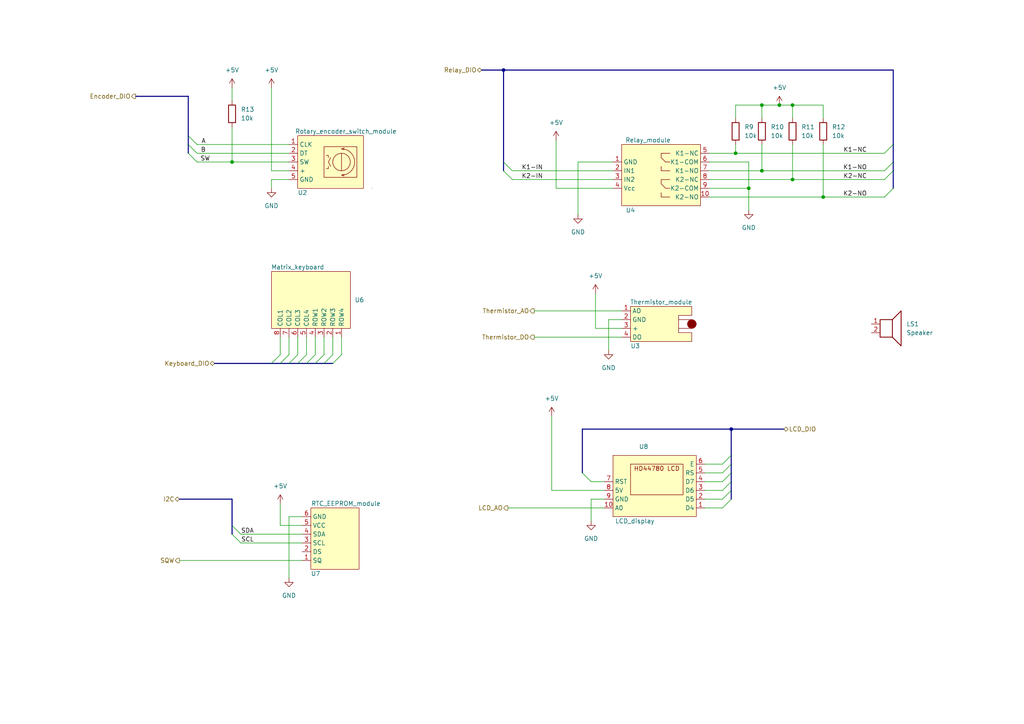
<source format=kicad_sch>
(kicad_sch (version 20230121) (generator eeschema)
  (paper "A4")
  (lib_symbols
    (symbol "Device:R" (pin_numbers hide) (pin_names (offset 0))
      (property "Reference" "R" (at 2.032 0 90))
      (property "Value" "R" (at 0 0 90))
      (symbol "R_0_1"
        (rectangle (start -1.016 -2.54) (end 1.016 2.54) (stroke (width 0.254)))
      )
      (symbol "R_1_1"
        (pin passive line (at 0 3.81 270) (length 1.27) (name "~") (number "1"))
        (pin passive line (at 0 -3.81 90) (length 1.27) (name "~") (number "2"))
      )
    )
    (symbol "Device:Speaker" (pin_names (offset 0) hide)
      (property "Reference" "LS" (at 1.27 5.715 0))
      (property "Value" "Speaker" (at 1.27 3.81 0))
      (symbol "Speaker_0_0"
        (rectangle (start -2.54 1.27) (end 1.016 -3.81) (stroke (width 0.254)))
        (polyline (pts (xy 1.016 1.27) (xy 3.556 3.81) (xy 3.556 -6.35) (xy 1.016 -3.81)) (stroke (width 0.254)))
      )
      (symbol "Speaker_1_1"
        (pin input line (at -5.08 0 0) (length 2.54) (name "1") (number "1"))
        (pin input line (at -5.08 -2.54 0) (length 2.54) (name "2") (number "2"))
      )
    )
    (symbol "kit_modules:LCD_module"
      (property "Reference" "U" (at 3.81 -1.27 0))
      (symbol "LCD_module_1_1"
        (rectangle (start 2.54 17.78) (end 26.67 0) (fill (type background)))
        (rectangle (start 7.62 15.24) (end 22.86 6.35))
        (text "HD44780 LCD" (at 15.24 13.97 0) (effects (font (size 1.27 1.27))))
        (pin bidirectional line (at 29.21 2.54 180) (length 2.54) (name "D4") (number "1"))
        (pin output line (at 0 2.54 0) (length 2.54) (name "A0") (number "10"))
        (pin bidirectional line (at 29.21 5.08 180) (length 2.54) (name "D5") (number "2"))
        (pin bidirectional line (at 29.21 7.62 180) (length 2.54) (name "D6") (number "3"))
        (pin bidirectional line (at 29.21 10.16 180) (length 2.54) (name "D7") (number "4"))
        (pin input line (at 29.21 12.7 180) (length 2.54) (name "RS") (number "5"))
        (pin input line (at 29.21 15.24 180) (length 2.54) (name "E") (number "6"))
        (pin output line (at 0 10.16 0) (length 2.54) (name "RST") (number "7"))
        (pin power_in line (at 0 7.62 0) (length 2.54) (name "5V") (number "8"))
        (pin power_in line (at 0 5.08 0) (length 2.54) (name "GND") (number "9"))
      )
    )
    (symbol "kit_modules:RTC_module"
      (property "Reference" "U" (at 3.81 -3.81 0))
      (symbol "RTC_module_1_1"
        (rectangle (start 2.54 15.24) (end 16.51 -2.54) (fill (type background)))
        (pin output line (at 0 0 0) (length 2.54) (name "SQ") (number "1"))
        (pin output line (at 0 2.54 0) (length 2.54) (name "DS") (number "2"))
        (pin bidirectional line (at 0 5.08 0) (length 2.54) (name "SCL") (number "3"))
        (pin bidirectional line (at 0 7.62 0) (length 2.54) (name "SDA") (number "4"))
        (pin power_in line (at 0 10.16 0) (length 2.54) (name "VCC") (number "5"))
        (pin power_in line (at 0 12.7 0) (length 2.54) (name "GND") (number "6"))
      )
    )
    (symbol "kit_modules:encoder_module"
      (property "Reference" "U" (at 3.81 -8.89 0))
      (symbol "encoder_module_0_1"
        (rectangle (start 24.13 -7.62) (end 24.13 -7.62))
      )
      (symbol "encoder_module_1_1"
        (polyline (pts (xy 15.24 -2.54) (xy 15.24 2.54)))
        (polyline (pts (xy 15.24 3.81) (xy 16.002 3.556)))
        (polyline (pts (xy 15.24 3.81) (xy 16.002 4.064)))
        (polyline (pts (xy 11.43 -1.27) (xy 11.43 -1.905) (xy 10.795 -1.905)))
        (polyline (pts (xy 11.43 1.27) (xy 11.43 1.905) (xy 10.795 1.905)))
        (polyline (pts (xy 12.065 -1.27) (xy 11.43 0) (xy 12.065 1.27)))
        (polyline (pts (xy 16.002 -3.556) (xy 15.24 -3.81) (xy 16.002 -4.064)))
        (rectangle (start 2.54 7.62) (end 21.59 -7.62) (fill (type background)))
        (rectangle (start 10.16 4.445) (end 19.685 -4.445))
        (arc (start 15.24 -3.81) (mid 17.9341 -2.6941) (end 19.05 0))
        (circle (center 15.24 0) (radius 2.54))
        (arc (start 19.05 0) (mid 17.9341 2.6941) (end 15.24 3.81))
        (pin output line (at 0 5.08 0) (length 2.54) (name "CLK") (number "1"))
        (pin output line (at 0 2.54 0) (length 2.54) (name "DT") (number "2"))
        (pin output line (at 0 0 0) (length 2.54) (name "SW") (number "3"))
        (pin power_in line (at 0 -2.54 0) (length 2.54) (name "+") (number "4"))
        (pin power_in line (at 0 -5.08 0) (length 2.54) (name "GND") (number "5"))
      )
    )
    (symbol "kit_modules:matrix_keyboard"
      (property "Reference" "U" (at 24.13 1.27 0))
      (symbol "matrix_keyboard_1_1"
        (rectangle (start 0 16.51) (end 22.86 0) (fill (type background)))
        (pin bidirectional line (at 20.32 -2.54 90) (length 2.54) (name "ROW4") (number "1"))
        (pin bidirectional line (at 17.78 -2.54 90) (length 2.54) (name "ROW3") (number "2"))
        (pin bidirectional line (at 15.24 -2.54 90) (length 2.54) (name "ROW2") (number "3"))
        (pin bidirectional line (at 12.7 -2.54 90) (length 2.54) (name "ROW1") (number "4"))
        (pin bidirectional line (at 10.16 -2.54 90) (length 2.54) (name "COL4") (number "5"))
        (pin bidirectional line (at 7.62 -2.54 90) (length 2.54) (name "COL3") (number "6"))
        (pin bidirectional line (at 5.08 -2.54 90) (length 2.54) (name "COL2") (number "7"))
        (pin bidirectional line (at 2.54 -2.54 90) (length 2.54) (name "COL1") (number "8"))
      )
    )
    (symbol "kit_modules:relay_module"
      (property "Reference" "U" (at 3.81 -6.35 0))
      (symbol "relay_module_0_1"
        (polyline (pts (xy 15.24 3.81) (xy 13.97 5.08)))
        (polyline (pts (xy 15.24 3.81) (xy 16.51 3.81)))
        (polyline (pts (xy 13.97 5.08) (xy 13.97 6.35) (xy 16.51 6.35)))
        (polyline (pts (xy 16.51 -6.35) (xy 13.97 -6.35) (xy 13.97 -5.08)))
        (polyline (pts (xy 16.51 1.27) (xy 13.97 1.27) (xy 13.97 2.54)))
        (polyline (pts (xy 16.51 -1.27) (xy 13.97 -1.27) (xy 13.97 -2.54) (xy 15.24 -3.81) (xy 16.51 -3.81)))
      )
      (symbol "relay_module_1_1"
        (rectangle (start 2.54 8.89) (end 25.4 -8.89) (fill (type background)))
        (pin power_in line (at 0 3.81 0) (length 2.54) (name "GND") (number "1"))
        (pin bidirectional line (at 27.94 -6.35 180) (length 2.54) (name "K2-NO") (number "10"))
        (pin input line (at 0 1.27 0) (length 2.54) (name "IN1") (number "2"))
        (pin input line (at 0 -1.27 0) (length 2.54) (name "IN2") (number "3"))
        (pin power_in line (at 0 -3.81 0) (length 2.54) (name "Vcc") (number "4"))
        (pin bidirectional line (at 27.94 6.35 180) (length 2.54) (name "K1-NC") (number "5"))
        (pin bidirectional line (at 27.94 3.81 180) (length 2.54) (name "K1-COM") (number "6"))
        (pin bidirectional line (at 27.94 1.27 180) (length 2.54) (name "K1-NO") (number "7"))
        (pin bidirectional line (at 27.94 -1.27 180) (length 2.54) (name "K2-NC") (number "8"))
        (pin bidirectional line (at 27.94 -3.81 180) (length 2.54) (name "K2-COM") (number "9"))
      )
    )
    (symbol "kit_modules:thermistor_module"
      (property "Reference" "U" (at 3.81 -6.35 0))
      (symbol "thermistor_module_0_1"
        (polyline (pts (xy 16.51 -1.27) (xy 20.32 -1.27)))
        (polyline (pts (xy 16.51 1.27) (xy 20.32 1.27)))
        (circle (center 21.59 0) (radius 0.0001))
      )
      (symbol "thermistor_module_1_1"
        (polyline (pts (xy 2.54 5.08) (xy 2.54 -5.08) (xy 20.32 -5.08) (xy 20.32 -2.54) (xy 16.51 -2.54) (xy 16.51 2.54) (xy 20.32 2.54) (xy 20.32 5.08) (xy 2.54 5.08)) (fill (type background)))
        (circle (center 20.32 0) (radius 1.27) (fill (type outline)))
        (pin output line (at 0 3.81 0) (length 2.54) (name "AO") (number "1"))
        (pin power_in line (at 0 1.27 0) (length 2.54) (name "GND") (number "2"))
        (pin power_in line (at 0 -1.27 0) (length 2.54) (name "+") (number "3"))
        (pin output line (at 0 -3.81 0) (length 2.54) (name "DO") (number "4"))
      )
    )
    (symbol "power:+5V" (power) (pin_names (offset 0))
      (property "Value" "+5V" (at 0 3.556 0))
      (symbol "+5V_0_1"
        (polyline (pts (xy -0.762 1.27) (xy 0 2.54)))
        (polyline (pts (xy 0 0) (xy 0 2.54)))
        (polyline (pts (xy 0 2.54) (xy 0.762 1.27)))
      )
      (symbol "+5V_1_1"
        (pin power_in line (at 0 0 90) (length 0) hide (name "+5V") (number "1"))
      )
    )
    (symbol "power:GND" (power) (pin_names (offset 0))
      (property "Value" "GND" (at 0 -3.81 0))
      (symbol "GND_0_1"
        (polyline (pts (xy 0 0) (xy 0 -1.27) (xy 1.27 -1.27) (xy 0 -2.54) (xy -1.27 -1.27) (xy 0 -1.27)))
      )
      (symbol "GND_1_1"
        (pin power_in line (at 0 0 270) (length 0) hide (name "GND") (number "1"))
      )
    )
  )
  (junction (at 212.09 124.46))
  (junction (at 220.98 30.48))
  (junction (at 229.87 30.48))
  (junction (at 226.06 30.48))
  (junction (at 238.76 57.15))
  (junction (at 220.98 49.53))
  (junction (at 217.17 54.61))
  (junction (at 67.31 46.99))
  (junction (at 146.05 20.32))
  (junction (at 213.36 44.45))
  (junction (at 229.87 52.07))
  (bus_entry (at 146.05 49.53) (size 2.54 2.54))
  (bus_entry (at 81.28 105.41) (size 2.54 -2.54))
  (bus_entry (at 256.54 49.53) (size 2.54 -2.54))
  (bus_entry (at 171.45 139.7) (size -2.54 -2.54))
  (bus_entry (at 54.61 39.37) (size 2.54 2.54))
  (bus_entry (at 96.52 105.41) (size 2.54 -2.54))
  (bus_entry (at 209.55 134.62) (size 2.54 -2.54))
  (bus_entry (at 88.9 105.41) (size 2.54 -2.54))
  (bus_entry (at 54.61 41.91) (size 2.54 2.54))
  (bus_entry (at 209.55 147.32) (size 2.54 -2.54))
  (bus_entry (at 54.61 44.45) (size 2.54 2.54))
  (bus_entry (at 67.31 154.94) (size 2.54 2.54))
  (bus_entry (at 83.82 105.41) (size 2.54 -2.54))
  (bus_entry (at 209.55 144.78) (size 2.54 -2.54))
  (bus_entry (at 209.55 142.24) (size 2.54 -2.54))
  (bus_entry (at 86.36 105.41) (size 2.54 -2.54))
  (bus_entry (at 256.54 57.15) (size 2.54 -2.54))
  (bus_entry (at 209.55 139.7) (size 2.54 -2.54))
  (bus_entry (at 256.54 52.07) (size 2.54 -2.54))
  (bus_entry (at 146.05 46.99) (size 2.54 2.54))
  (bus_entry (at 93.98 105.41) (size 2.54 -2.54))
  (bus_entry (at 91.44 105.41) (size 2.54 -2.54))
  (bus_entry (at 256.54 44.45) (size 2.54 -2.54))
  (bus_entry (at 209.55 137.16) (size 2.54 -2.54))
  (bus_entry (at 67.31 152.4) (size 2.54 2.54))
  (bus_entry (at 78.74 105.41) (size 2.54 -2.54))
  (wire (pts (xy 238.76 57.15) (xy 256.54 57.15)))
  (wire (pts (xy 213.36 44.45) (xy 256.54 44.45)))
  (wire (pts (xy 147.32 147.32) (xy 175.26 147.32)))
  (wire (pts (xy 204.47 139.7) (xy 209.55 139.7)))
  (wire (pts (xy 217.17 60.96) (xy 217.17 54.61)))
  (wire (pts (xy 83.82 149.86) (xy 87.63 149.86)))
  (wire (pts (xy 67.31 36.83) (xy 67.31 46.99)))
  (bus (pts (xy 212.09 124.46) (xy 227.33 124.46)))
  (wire (pts (xy 83.82 167.64) (xy 83.82 149.86)))
  (bus (pts (xy 259.08 49.53) (xy 259.08 46.99)))
  (wire (pts (xy 220.98 49.53) (xy 256.54 49.53)))
  (wire (pts (xy 78.74 52.07) (xy 78.74 54.61)))
  (bus (pts (xy 62.23 105.41) (xy 78.74 105.41)))
  (bus (pts (xy 212.09 132.08) (xy 212.09 134.62)))
  (bus (pts (xy 212.09 137.16) (xy 212.09 139.7)))
  (wire (pts (xy 205.74 52.07) (xy 229.87 52.07)))
  (bus (pts (xy 139.7 20.32) (xy 146.05 20.32)))
  (wire (pts (xy 81.28 97.79) (xy 81.28 102.87)))
  (bus (pts (xy 212.09 139.7) (xy 212.09 142.24)))
  (wire (pts (xy 69.85 154.94) (xy 87.63 154.94)))
  (wire (pts (xy 229.87 34.29) (xy 229.87 30.48)))
  (wire (pts (xy 172.72 95.25) (xy 172.72 85.09)))
  (wire (pts (xy 204.47 134.62) (xy 209.55 134.62)))
  (wire (pts (xy 229.87 52.07) (xy 256.54 52.07)))
  (wire (pts (xy 238.76 30.48) (xy 229.87 30.48)))
  (bus (pts (xy 78.74 105.41) (xy 81.28 105.41)))
  (wire (pts (xy 86.36 97.79) (xy 86.36 102.87)))
  (wire (pts (xy 57.15 46.99) (xy 67.31 46.99)))
  (wire (pts (xy 205.74 54.61) (xy 217.17 54.61)))
  (wire (pts (xy 220.98 49.53) (xy 220.98 41.91)))
  (wire (pts (xy 204.47 144.78) (xy 209.55 144.78)))
  (wire (pts (xy 205.74 57.15) (xy 238.76 57.15)))
  (wire (pts (xy 67.31 46.99) (xy 83.82 46.99)))
  (wire (pts (xy 229.87 41.91) (xy 229.87 52.07)))
  (bus (pts (xy 259.08 20.32) (xy 146.05 20.32)))
  (wire (pts (xy 88.9 97.79) (xy 88.9 102.87)))
  (wire (pts (xy 180.34 97.79) (xy 154.94 97.79)))
  (wire (pts (xy 167.64 46.99) (xy 177.8 46.99)))
  (bus (pts (xy 259.08 54.61) (xy 259.08 49.53)))
  (wire (pts (xy 204.47 147.32) (xy 209.55 147.32)))
  (wire (pts (xy 154.94 90.17) (xy 180.34 90.17)))
  (wire (pts (xy 69.85 157.48) (xy 87.63 157.48)))
  (wire (pts (xy 81.28 152.4) (xy 81.28 146.05)))
  (wire (pts (xy 78.74 49.53) (xy 83.82 49.53)))
  (bus (pts (xy 54.61 41.91) (xy 54.61 39.37)))
  (wire (pts (xy 226.06 30.48) (xy 220.98 30.48)))
  (wire (pts (xy 57.15 44.45) (xy 83.82 44.45)))
  (wire (pts (xy 205.74 44.45) (xy 213.36 44.45)))
  (bus (pts (xy 146.05 46.99) (xy 146.05 49.53)))
  (bus (pts (xy 54.61 39.37) (xy 54.61 27.94)))
  (bus (pts (xy 83.82 105.41) (xy 86.36 105.41)))
  (wire (pts (xy 87.63 162.56) (xy 52.07 162.56)))
  (wire (pts (xy 96.52 97.79) (xy 96.52 102.87)))
  (bus (pts (xy 52.07 144.78) (xy 67.31 144.78)))
  (bus (pts (xy 86.36 105.41) (xy 88.9 105.41)))
  (wire (pts (xy 220.98 30.48) (xy 213.36 30.48)))
  (wire (pts (xy 213.36 30.48) (xy 213.36 34.29)))
  (wire (pts (xy 204.47 142.24) (xy 209.55 142.24)))
  (wire (pts (xy 220.98 30.48) (xy 220.98 34.29)))
  (bus (pts (xy 146.05 20.32) (xy 146.05 46.99)))
  (bus (pts (xy 212.09 134.62) (xy 212.09 137.16)))
  (wire (pts (xy 204.47 137.16) (xy 209.55 137.16)))
  (wire (pts (xy 238.76 57.15) (xy 238.76 41.91)))
  (wire (pts (xy 83.82 52.07) (xy 78.74 52.07)))
  (wire (pts (xy 83.82 97.79) (xy 83.82 102.87)))
  (wire (pts (xy 176.53 92.71) (xy 180.34 92.71)))
  (wire (pts (xy 167.64 62.23) (xy 167.64 46.99)))
  (bus (pts (xy 259.08 20.32) (xy 259.08 41.91)))
  (wire (pts (xy 180.34 95.25) (xy 172.72 95.25)))
  (wire (pts (xy 238.76 34.29) (xy 238.76 30.48)))
  (wire (pts (xy 171.45 139.7) (xy 175.26 139.7)))
  (wire (pts (xy 217.17 46.99) (xy 205.74 46.99)))
  (wire (pts (xy 161.29 54.61) (xy 161.29 40.64)))
  (wire (pts (xy 160.02 142.24) (xy 160.02 120.65)))
  (bus (pts (xy 67.31 154.94) (xy 67.31 152.4)))
  (bus (pts (xy 168.91 124.46) (xy 212.09 124.46)))
  (wire (pts (xy 229.87 30.48) (xy 226.06 30.48)))
  (bus (pts (xy 168.91 137.16) (xy 168.91 124.46)))
  (wire (pts (xy 148.59 52.07) (xy 177.8 52.07)))
  (wire (pts (xy 67.31 25.4) (xy 67.31 29.21)))
  (wire (pts (xy 213.36 44.45) (xy 213.36 41.91)))
  (wire (pts (xy 217.17 54.61) (xy 217.17 46.99)))
  (wire (pts (xy 205.74 49.53) (xy 220.98 49.53)))
  (bus (pts (xy 54.61 44.45) (xy 54.61 41.91)))
  (wire (pts (xy 148.59 49.53) (xy 177.8 49.53)))
  (bus (pts (xy 39.37 27.94) (xy 54.61 27.94)))
  (wire (pts (xy 176.53 101.6) (xy 176.53 92.71)))
  (wire (pts (xy 78.74 25.4) (xy 78.74 49.53)))
  (wire (pts (xy 175.26 142.24) (xy 160.02 142.24)))
  (bus (pts (xy 212.09 124.46) (xy 212.09 132.08)))
  (wire (pts (xy 171.45 151.13) (xy 171.45 144.78)))
  (wire (pts (xy 99.06 97.79) (xy 99.06 102.87)))
  (bus (pts (xy 212.09 142.24) (xy 212.09 144.78)))
  (wire (pts (xy 171.45 144.78) (xy 175.26 144.78)))
  (bus (pts (xy 67.31 152.4) (xy 67.31 144.78)))
  (bus (pts (xy 259.08 46.99) (xy 259.08 41.91)))
  (wire (pts (xy 91.44 97.79) (xy 91.44 102.87)))
  (bus (pts (xy 91.44 105.41) (xy 93.98 105.41)))
  (wire (pts (xy 93.98 97.79) (xy 93.98 102.87)))
  (wire (pts (xy 177.8 54.61) (xy 161.29 54.61)))
  (bus (pts (xy 88.9 105.41) (xy 91.44 105.41)))
  (bus (pts (xy 81.28 105.41) (xy 83.82 105.41)))
  (bus (pts (xy 93.98 105.41) (xy 96.52 105.41)))
  (wire (pts (xy 57.15 41.91) (xy 83.82 41.91)))
  (wire (pts (xy 87.63 152.4) (xy 81.28 152.4)))
  (label "K2-NC" (at 251.46 52.07 180))
  (label "SW" (at 60.96 46.99 180))
  (label "K1-NC" (at 251.46 44.45 180))
  (label "K1-NO" (at 251.46 49.53 180))
  (label "B" (at 59.69 44.45 180))
  (label "K2-IN" (at 157.48 52.07 180))
  (label "SDA" (at 73.66 154.94 180))
  (label "K1-IN" (at 157.48 49.53 180))
  (label "K2-NO" (at 251.46 57.15 180))
  (label "SCL" (at 73.66 157.48 180))
  (label "A" (at 59.69 41.91 180))
  (hierarchical_label "SQW" (shape output) (at 52.07 162.56 180))
  (hierarchical_label "I2C" (shape bidirectional) (at 52.07 144.78 180))
  (hierarchical_label "Keyboard_DIO" (shape bidirectional) (at 62.23 105.41 180))
  (hierarchical_label "Thermistor_AO" (shape output) (at 154.94 90.17 180))
  (hierarchical_label "Relay_DIO" (shape bidirectional) (at 139.7 20.32 180))
  (hierarchical_label "LCD_AO" (shape output) (at 147.32 147.32 180))
  (hierarchical_label "Encoder_DIO" (shape output) (at 39.37 27.94 180))
  (hierarchical_label "Thermistor_DO" (shape output) (at 154.94 97.79 180))
  (hierarchical_label "LCD_DIO" (shape bidirectional) (at 227.33 124.46 0))
  (symbol (lib_id "kit_modules:relay_module") (at 177.8 50.8 0) (unit 1)
    (property "Reference" "U4" (at 182.88 60.96 0))
    (property "Value" "Relay_module" (at 187.96 40.64 0))
    (instances (project "testbench" (path "" (reference "U4") (unit 1)) (path "" (reference "U6") (unit 1))))
  )
  (symbol (lib_id "Device:R") (at 213.36 38.1 0) (unit 1)
    (property "Reference" "R9" (at 215.9 36.83 0) (effects (justify left)))
    (property "Value" "10k" (at 215.9 39.37 0) (effects (justify left)))
    (property "Footprint" "Resistor_SMD:R_0805_2012Metric" (effects hide))
  )
  (symbol (lib_id "power:GND") (at 78.74 54.61 0) (unit 1)
    (property "Reference" "#PWR029" (effects hide))
    (property "Value" "GND" (at 78.74 59.69 0))
  )
  (symbol (lib_id "power:+5V") (at 78.74 25.4 0) (unit 1)
    (property "Reference" "#PWR034" (effects hide))
    (property "Value" "+5V" (at 78.74 20.32 0))
  )
  (symbol (lib_id "power:+5V") (at 172.72 85.09 0) (unit 1)
    (property "Reference" "#PWR035" (effects hide))
    (property "Value" "+5V" (at 172.72 80.01 0))
  )
  (symbol (lib_id "power:GND") (at 217.17 60.96 0) (unit 1)
    (property "Reference" "#PWR024" (effects hide))
    (property "Value" "GND" (at 217.17 66.04 0))
  )
  (symbol (lib_id "power:+5V") (at 160.02 120.65 0) (unit 1)
    (property "Reference" "#PWR038" (effects hide))
    (property "Value" "+5V" (at 160.02 115.57 0))
  )
  (symbol (lib_id "power:+5V") (at 226.06 30.48 0) (unit 1)
    (property "Reference" "#PWR025" (effects hide))
    (property "Value" "+5V" (at 226.06 25.4 0))
  )
  (symbol (lib_id "kit_modules:LCD_module") (at 175.26 149.86 0) (unit 1)
    (property "Reference" "U8" (at 186.69 129.54 0))
    (property "Value" "LCD_display" (at 184.15 151.13 0))
  )
  (symbol (lib_id "Device:R") (at 229.87 38.1 0) (unit 1)
    (property "Reference" "R11" (at 232.41 36.83 0) (effects (justify left)))
    (property "Value" "10k" (at 232.41 39.37 0) (effects (justify left)))
    (property "Footprint" "Resistor_SMD:R_0805_2012Metric" (effects hide))
  )
  (symbol (lib_id "Device:R") (at 238.76 38.1 0) (unit 1)
    (property "Reference" "R12" (at 241.3 36.83 0) (effects (justify left)))
    (property "Value" "10k" (at 241.3 39.37 0) (effects (justify left)))
    (property "Footprint" "Resistor_SMD:R_0805_2012Metric" (effects hide))
  )
  (symbol (lib_id "power:+5V") (at 67.31 25.4 0) (unit 1)
    (property "Reference" "#PWR033" (effects hide))
    (property "Value" "+5V" (at 67.31 20.32 0))
  )
  (symbol (lib_id "kit_modules:matrix_keyboard") (at 78.74 95.25 0) (unit 1)
    (property "Reference" "U6" (at 102.87 86.995 0) (effects (justify left)))
    (property "Value" "Matrix_keyboard" (at 86.36 77.47 0))
    (instances (project "testbench" (path "" (reference "U6") (unit 1)) (path "" (reference "U7") (unit 1))))
  )
  (symbol (lib_id "power:GND") (at 171.45 151.13 0) (unit 1)
    (property "Reference" "#PWR037" (effects hide))
    (property "Value" "GND" (at 171.45 156.21 0))
  )
  (symbol (lib_id "Device:R") (at 67.31 33.02 0) (unit 1)
    (property "Reference" "R13" (at 69.85 31.75 0) (effects (justify left)))
    (property "Value" "10k" (at 69.85 34.29 0) (effects (justify left)))
    (property "Footprint" "Resistor_SMD:R_0805_2012Metric" (effects hide))
  )
  (symbol (lib_id "power:+5V") (at 81.28 146.05 0) (unit 1)
    (property "Reference" "#PWR030" (effects hide))
    (property "Value" "+5V" (at 81.28 140.97 0))
  )
  (symbol (lib_id "power:+5V") (at 161.29 40.64 0) (unit 1)
    (property "Reference" "#PWR023" (effects hide))
    (property "Value" "+5V" (at 161.29 35.56 0))
  )
  (symbol (lib_id "power:GND") (at 176.53 101.6 0) (unit 1)
    (property "Reference" "#PWR036" (effects hide))
    (property "Value" "GND" (at 176.53 106.68 0))
  )
  (symbol (lib_id "power:GND") (at 83.82 167.64 0) (unit 1)
    (property "Reference" "#PWR028" (effects hide))
    (property "Value" "GND" (at 83.82 172.72 0))
  )
  (symbol (lib_id "kit_modules:thermistor_module") (at 180.34 93.98 0) (unit 1)
    (property "Reference" "U3" (at 182.88 100.33 0) (effects (justify left)))
    (property "Value" "Thermistor_module" (at 191.77 87.63 0))
    (instances (project "testbench" (path "" (reference "U3") (unit 1)) (path "" (reference "U2") (unit 1))))
  )
  (symbol (lib_id "power:GND") (at 167.64 62.23 0) (unit 1)
    (property "Reference" "#PWR021" (effects hide))
    (property "Value" "GND" (at 167.64 67.31 0))
  )
  (symbol (lib_id "Device:R") (at 220.98 38.1 0) (unit 1)
    (property "Reference" "R10" (at 223.52 36.83 0) (effects (justify left)))
    (property "Value" "10k" (at 223.52 39.37 0) (effects (justify left)))
    (property "Footprint" "Resistor_SMD:R_0805_2012Metric" (effects hide))
  )
  (symbol (lib_id "kit_modules:encoder_module") (at 83.82 46.99 0) (unit 1)
    (property "Reference" "U2" (at 86.36 55.88 0) (effects (justify left)))
    (property "Value" "Rotary_encoder_switch_module" (at 100.33 38.1 0))
    (instances (project "testbench" (path "" (reference "U2") (unit 1)) (path "" (reference "U3") (unit 1))))
  )
  (symbol (lib_id "kit_modules:RTC_module") (at 87.63 162.56 0) (unit 1)
    (property "Reference" "U7" (at 90.17 166.37 0) (effects (justify left)))
    (property "Value" "RTC_EEPROM_module" (at 100.33 146.05 0))
    (instances (project "testbench" (path "" (reference "U7") (unit 1)) (path "" (reference "U4") (unit 1))))
  )
  (symbol (lib_id "Device:Speaker") (at 257.81 93.98 0) (unit 1)
    (property "Reference" "LS1" (at 262.89 93.98 0) (effects (justify left)))
    (property "Value" "Speaker" (at 262.89 96.52 0) (effects (justify left)))
  )
)
</source>
